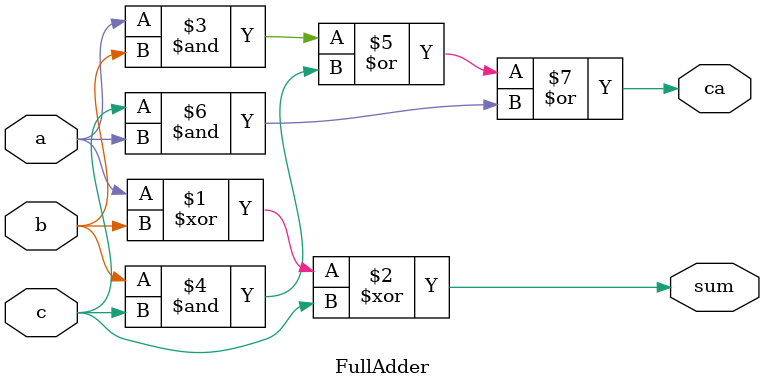
<source format=v>
module FullAdder(a,b,c,sum,ca);

input a,b,c;
output sum,ca;

	assign sum = a^b^c;
	assign ca = (a&b) | (b&c) | (c&a);
endmodule

</source>
